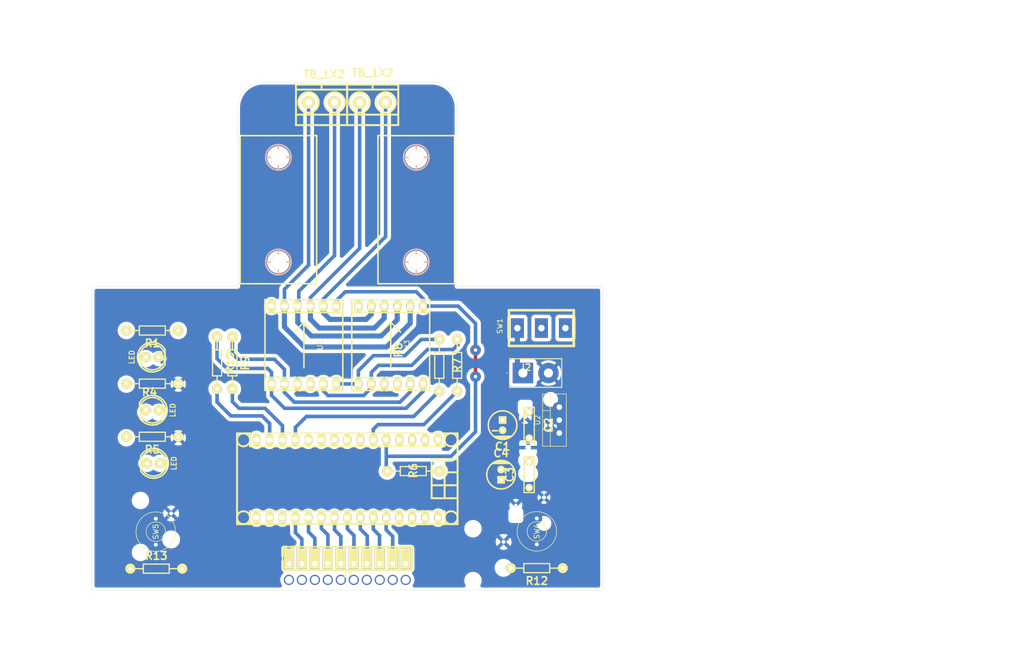
<source format=kicad_pcb>
(kicad_pcb (version 20240108) (generator "pcbnew") (generator_version "8.0")
  (layers (0 "F.Cu" signal) (31 "B.Cu" signal) (34 "B.Paste" user) (35 "F.Paste" user) (36 "B.SilkS" user "B.Silkscreen") (37 "F.SilkS" user "F.Silkscreen") (38 "B.Mask" user) (39 "F.Mask" user) (44 "Edge.Cuts" user))
  (net 0 "")
  (net 1 "GND")
  (net 2 "VCC")
  (net 3 "+5V")
  (net 5 "/IN_BUTTON2")
  (net 6 "/OUT_LED2")
  (net 7 "/IN2A")
  (net 9 "/IN1A")
  (net 16 "/OUT_LED1")
  (net 17 "/IN2B")
  (net 19 "/IN1B")
  (net 20 "/ULT")
  (net 22 "/IN_BUTTON1")
  (net 23 "/OUT4")
  (net 24 "/OUT3")
  (net 25 "/OUT2")
  (net 26 "/OUT1")
  (net 27 "Net-(LED1-A)")
  (net 28 "Net-(LED2-K)")
  (net 29 "Net-(LED3-K)")
  (net 33 "Net-(J1-D9{slash}0C1)")
  (net 34 "Net-(J1-D3{slash}INT1)")
  (net 36 "Net-(J1-D11{slash}MOSI)")
  (net 37 "Net-(J1-D10{slash}SS)")
  (net 38 "Net-(R12-Pad1)")
  (net 39 "Net-(R13-Pad1)")
  (net 40 "/S6")
  (net 41 "/S0")
  (net 42 "/S5")
  (net 43 "/S7")
  (net 44 "/S1")
  (net 45 "/S3")
  (net 46 "/S2")
  (net 47 "/S4")
  (net 48 "+7.5V")
  (footprint "EESTN5:led_5mm_red" (layer "F.Cu") (at 99.82 101.380537 90)
    (property "Reference" "LED1" (hide yes))
    (property "Value" "LED" (at 0 -4 -90) (layer "F.SilkS") (effects (font (thickness 0.2))))
    (pad "1" thru_hole circle (at 0 -1.27 90) (size 1.99898 1.99898) (drill 0.8001) (layers "*.Cu" "*.Mask" "F.SilkS") (net 27 "Net-(LED1-A)"))
    (pad "2" thru_hole circle (at 0 1.27 90) (size 1.99898 1.99898) (drill 0.8001) (layers "*.Cu" "*.Mask" "F.SilkS") (net 1 "GND"))
  )
  (footprint "MacroLib:Button" (layer "F.Cu") (at 175.1 135.5 90)
    (property "Reference" "SW4" (at 0 0 -90) (layer "F.SilkS"))
    (property "Value" "SW_Push")
    (pad "1" thru_hole circle (at -2.54 0 90) (size 2.1 2.1) (drill 0.762) (layers "*.Cu" "*.Mask") (net 38 "Net-(R12-Pad1)"))
    (pad "2" thru_hole circle (at 2.54 0 90) (size 2.1 2.1) (drill 0.762) (layers "*.Cu" "*.Mask") (net 1 "GND"))
  )
  (footprint "MacroLib:XT30AWM" (layer "F.Cu") (at 174.9 104.5)
    (property "Reference" "J2" (at -2.02 -1.08 0) (layer "F.SilkS") (effects (font (size 1.27 1.27) (thickness 0.254))))
    (property "Value" "TB_1X2" (hide yes))
    (pad "1" thru_hole rect (at -2.52 0) (size 4 4) (drill 1.8) (layers "*.Cu" "*.Mask") (net 2 "VCC"))
    (pad "2" thru_hole circle (at 2.48 0) (size 4 4) (drill 1.8) (layers "*.Cu" "*.Mask") (net 1 "GND"))
  )
  (footprint "MacroLib:RES0.3" (layer "F.Cu") (at 175.1 142.7 180)
    (property "Reference" "R12" (at 0 -2.5 180) (layer "F.SilkS") (effects (font (size 1.5 1.5) (thickness 0.3))))
    (property "Value" "R" (hide yes))
    (pad "1" thru_hole circle (at -5.08 0 180) (size 1.99898 1.99898) (drill 0.8001) (layers "*.Cu" "*.Mask" "F.SilkS") (net 38 "Net-(R12-Pad1)"))
    (pad "2" thru_hole circle (at 5.08 0 180) (size 1.99898 1.99898) (drill 0.8001) (layers "*.Cu" "*.Mask" "F.SilkS") (net 22 "/IN_BUTTON1"))
  )
  (footprint "EESTN5:CAP_0.2" (layer "F.Cu") (at 173.6 124.4 90)
    (property "Reference" "C3" (at 0 -3.81 -90) (layer "F.SilkS") (effects (font (size 1.5 1.5) (thickness 0.3))))
    (property "Value" "C" (hide yes))
    (pad "1" thru_hole circle (at -2.54 0 90) (size 1.50114 1.50114) (drill 0.8001) (layers "*.Cu" "*.Mask" "F.SilkS") (net 3 "+5V"))
    (pad "2" thru_hole circle (at 2.54 0 90) (size 1.50114 1.50114) (drill 0.8001) (layers "*.Cu" "*.Mask" "F.SilkS") (net 1 "GND"))
  )
  (footprint "MacroLib:RES0.3" (layer "F.Cu") (at 159.5 103 -90)
    (property "Reference" "R7" (at 0 0 90) (layer "F.SilkS") (effects (font (size 1.5 1.5) (thickness 0.3))))
    (property "Value" "R" (hide yes))
    (pad "1" thru_hole circle (at -5.08 0 270) (size 1.99898 1.99898) (drill 0.8001) (layers "*.Cu" "*.Mask" "F.SilkS") (net 7 "/IN2A"))
    (pad "2" thru_hole circle (at 5.08 0 270) (size 1.99898 1.99898) (drill 0.8001) (layers "*.Cu" "*.Mask" "F.SilkS") (net 34 "Net-(J1-D3{slash}INT1)"))
  )
  (footprint "MacroLib:RES0.3" (layer "F.Cu") (at 99.82 96.18 180)
    (property "Reference" "R1" (at 0 -2.5 180) (layer "F.SilkS") (effects (font (size 1.5 1.5) (thickness 0.3))))
    (property "Value" "R" (hide yes))
    (pad "1" thru_hole circle (at -5.08 0 180) (size 1.99898 1.99898) (drill 0.8001) (layers "*.Cu" "*.Mask" "F.SilkS") (net 48 "+7.5V"))
    (pad "2" thru_hole circle (at 5.08 0 180) (size 1.99898 1.99898) (drill 0.8001) (layers "*.Cu" "*.Mask" "F.SilkS") (net 27 "Net-(LED1-A)"))
  )
  (footprint "EESTN5:led_5mm_green" (layer "F.Cu") (at 100.05 122.18 -90)
    (property "Reference" "LED3" (hide yes))
    (property "Value" "LED" (at 0 -4 90) (layer "F.SilkS") (effects (font (thickness 0.2))))
    (pad "1" thru_hole circle (at 0 -1.27 270) (size 1.99898 1.99898) (drill 0.8001) (layers "*.Cu" "*.Mask" "F.SilkS") (net 6 "/OUT_LED2"))
    (pad "2" thru_hole circle (at 0 1.27 270) (size 1.99898 1.99898) (drill 0.8001) (layers "*.Cu" "*.Mask" "F.SilkS") (net 29 "Net-(LED3-K)"))
  )
  (footprint "MacroLib:DRV8833_MODULE" (layer "F.Cu") (at 146.5 99.02 90)
    (property "Reference" "U3" (at 0 3.175 -90) (layer "F.SilkS"))
    (property "Value" "DRV8833_MODULE")
    (pad "1" thru_hole oval (at -7.62 -6.35 180) (size 1.524 2.1971) (drill 0.99822) (layers "*.Cu" "*.Mask" "F.SilkS") (net 9 "/IN1A"))
    (pad "2" thru_hole oval (at -7.62 -3.81 180) (size 1.524 2.1971) (drill 0.99822) (layers "*.Cu" "*.Mask" "F.SilkS") (net 7 "/IN2A"))
    (pad "3" thru_hole oval (at -7.62 -1.27 180) (size 1.524 2.1971) (drill 0.99822) (layers "*.Cu" "*.Mask" "F.SilkS") (net 1 "GND"))
    (pad "4" thru_hole oval (at -7.62 1.27 180) (size 1.524 2.1971) (drill 0.99822) (layers "*.Cu" "*.Mask" "F.SilkS") (net 2 "VCC"))
    (pad "5" thru_hole oval (at -7.62 3.81 180) (size 1.524 2.1971) (drill 0.99822) (layers "*.Cu" "*.Mask" "F.SilkS") (net 19 "/IN1B"))
    (pad "6" thru_hole oval (at -7.62 6.35 180) (size 1.524 2.1971) (drill 0.99822) (layers "*.Cu" "*.Mask" "F.SilkS") (net 17 "/IN2B"))
    (pad "7" thru_hole oval (at 7.62 6.35 180) (size 1.524 2.1971) (drill 0.99822) (layers "*.Cu" "*.Mask" "F.SilkS") (net 20 "/ULT"))
    (pad "8" thru_hole oval (at 7.62 3.81 180) (size 1.524 2.1971) (drill 0.99822) (layers "*.Cu" "*.Mask" "F.SilkS") (net 26 "/OUT1"))
    (pad "9" thru_hole oval (at 7.62 1.27 180) (size 1.524 2.1971) (drill 0.99822) (layers "*.Cu" "*.Mask" "F.SilkS") (net 25 "/OUT2"))
    (pad "10" thru_hole oval (at 7.62 -1.27 180) (size 1.524 2.1971) (drill 0.99822) (layers "*.Cu" "*.Mask" "F.SilkS") (net 24 "/OUT3"))
    (pad "11" thru_hole oval (at 7.62 -3.81 180) (size 1.524 2.1971) (drill 0.99822) (layers "*.Cu" "*.Mask" "F.SilkS") (net 23 "/OUT4"))
    (pad "12" thru_hole oval (at 7.62 -6.35 180) (size 1.524 2.1971) (drill 0.99822) (layers "*.Cu" "*.Mask" "F.SilkS"))
  )
  (footprint "MacroLib:RES0.3" (layer "F.Cu") (at 115.5 102.52 -90)
    (property "Reference" "R9" (at 0 -2.5 90) (layer "F.SilkS") (effects (font (size 1.5 1.5) (thickness 0.3))))
    (property "Value" "R" (hide yes))
    (pad "1" thru_hole circle (at -5.08 0 270) (size 1.99898 1.99898) (drill 0.8001) (layers "*.Cu" "*.Mask" "F.SilkS") (net 19 "/IN1B"))
    (pad "2" thru_hole circle (at 5.08 0 270) (size 1.99898 1.99898) (drill 0.8001) (layers "*.Cu" "*.Mask" "F.SilkS") (net 37 "Net-(J1-D10{slash}SS)"))
  )
  (footprint "EESTN5:CAP_ELEC_5x11mm" (layer "F.Cu") (at 168.1 124.4)
    (property "Reference" "C4" (at 0 -4.2 0) (layer "F.SilkS") (effects (font (size 1.524 1.524) (thickness 0.3048))))
    (property "Value" "C" (hide yes))
    (pad "1" thru_hole rect (at 0 1) (size 1.524 1.524) (drill 0.65) (layers "*.Cu" "*.Mask" "F.SilkS") (net 3 "+5V"))
    (pad "2" thru_hole circle (at 0 -1) (size 1.524 1.524) (drill 0.65) (layers "*.Cu" "*.Mask" "F.SilkS") (net 1 "GND"))
  )
  (footprint "EESTN5:CAP_ELEC_5x11mm" (layer "F.Cu") (at 168.4 114.7 180)
    (property "Reference" "C1" (at 0 -4.2 180) (layer "F.SilkS") (effects (font (size 1.524 1.524) (thickness 0.3048))))
    (property "Value" "C" (hide yes))
    (pad "1" thru_hole rect (at 0 1 180) (size 1.524 1.524) (drill 0.65) (layers "*.Cu" "*.Mask" "F.SilkS") (net 48 "+7.5V"))
    (pad "2" thru_hole circle (at 0 -1 180) (size 1.524 1.524) (drill 0.65) (layers "*.Cu" "*.Mask" "F.SilkS") (net 1 "GND"))
  )
  (footprint "EESTN5:BORNERA2_AZUL" (layer "F.Cu") (at 132.96 51.52 180)
    (property "Reference" "J5" (hide yes))
    (property "Value" "TB_1X2" (at -0.46 5.5 0) (layer "F.SilkS") (effects (font (size 1.5 1.5) (thickness 0.3))))
    (pad "1" thru_hole circle (at -2.54 0 180) (size 2.5 2.5) (drill 1.3) (layers "*.Cu" "*.Mask" "F.SilkS") (net 25 "/OUT2"))
    (pad "2" thru_hole circle (at 2.54 0 180) (size 2.5 2.5) (drill 1.3) (layers "*.Cu" "*.Mask" "F.SilkS") (net 26 "/OUT1"))
  )
  (footprint "MacroLib:TO-220-3_Vertical" (layer "F.Cu") (at 179.5 116.26 90)
    (property "Reference" "U2" (at 2.54 -4.27 270) (layer "F.SilkS"))
    (property "Value" "LM78XX")
    (pad "1" thru_hole rect (at 0 0 90) (size 1.905 2.5) (drill 1.1) (layers "*.Cu" "*.Mask") (net 1 "GND"))
    (pad "2" thru_hole oval (at 2.54 0 90) (size 1.905 2.5) (drill 1.1) (layers "*.Cu" "*.Mask") (net 3 "+5V"))
    (pad "3" thru_hole oval (at 5.08 0 90) (size 1.905 2.5) (drill 1.1) (layers "*.Cu" "*.Mask") (net 48 "+7.5V"))
  )
  (footprint "MacroLib:RES0.3" (layer "F.Cu") (at 99.82 106.580179 180)
    (property "Reference" "R4" (at 0.553064 -1.689446 180) (layer "F.SilkS") (effects (font (size 1.5 1.5) (thickness 0.3))))
    (property "Value" "R" (hide yes))
    (pad "1" thru_hole circle (at -5.08 0 180) (size 1.99898 1.99898) (drill 0.8001) (layers "*.Cu" "*.Mask" "F.SilkS") (net 28 "Net-(LED2-K)"))
    (pad "2" thru_hole circle (at 5.08 0 180) (size 1.99898 1.99898) (drill 0.8001) (layers "*.Cu" "*.Mask" "F.SilkS") (net 1 "GND"))
  )
  (footprint "MacroLib:RES0.3" (layer "F.Cu") (at 156 103 90)
    (property "Reference" "R8" (at 3 -8 -90) (layer "F.SilkS") (effects (font (size 1.5 1.5) (thickness 0.3))))
    (property "Value" "R" (hide yes))
    (pad "1" thru_hole circle (at -5.08 0 90) (size 1.99898 1.99898) (drill 0.8001) (layers "*.Cu" "*.Mask" "F.SilkS") (net 33 "Net-(J1-D9{slash}0C1)"))
    (pad "2" thru_hole circle (at 5.08 0 90) (size 1.99898 1.99898) (drill 0.8001) (layers "*.Cu" "*.Mask" "F.SilkS") (net 9 "/IN1A"))
  )
  (footprint "EESTN5:arduino_nano_header" (layer "F.Cu") (at 138 125.205 180)
    (property "Reference" "J1" (hide yes))
    (property "Value" "Arduino_Nano_Header" (hide yes))
    (pad "1" thru_hole oval (at -17.78 7.62 180) (size 1.524 2.19964) (drill 1.00076) (layers "*.Cu" "*.Mask" "F.SilkS"))
    (pad "2" thru_hole oval (at -15.24 7.62 180) (size 1.524 2.19964) (drill 1.00076) (layers "*.Cu" "*.Mask" "F.SilkS"))
    (pad "3" thru_hole oval (at -12.7 7.62 180) (size 1.524 2.19964) (drill 1.00076) (layers "*.Cu" "*.Mask" "F.SilkS"))
    (pad "4" thru_hole oval (at -10.16 7.62 180) (size 1.524 2.19964) (drill 1.00076) (layers "*.Cu" "*.Mask" "F.SilkS") (net 1 "GND"))
    (pad "5" thru_hole oval (at -7.62 7.62 180) (size 1.524 2.19964) (drill 1.00076) (layers "*.Cu" "*.Mask" "F.SilkS") (net 20 "/ULT"))
    (pad "6" thru_hole oval (at -5.08 7.62 180) (size 1.524 2.19964) (drill 1.00076) (layers "*.Cu" "*.Mask" "F.SilkS") (net 34 "Net-(J1-D3{slash}INT1)"))
    (pad "7" thru_hole oval (at -2.54 7.62 180) (size 1.524 2.19964) (drill 1.00076) (layers "*.Cu" "*.Mask" "F.SilkS") (net 22 "/IN_BUTTON1"))
    (pad "8" thru_hole oval (at 0 7.62 180) (size 1.524 2.19964) (drill 1.00076) (layers "*.Cu" "*.Mask" "F.SilkS"))
    (pad "9" thru_hole oval (at 2.54 7.62 180) (size 1.524 2.19964) (drill 1.00076) (layers "*.Cu" "*.Mask" "F.SilkS") (net 16 "/OUT_LED1"))
    (pad "10" thru_hole oval (at 5.08 7.62 180) (size 1.524 2.19964) (drill 1.00076) (layers "*.Cu" "*.Mask" "F.SilkS") (net 6 "/OUT_LED2"))
    (pad "11" thru_hole oval (at 7.62 7.62 180) (size 1.524 2.19964) (drill 1.00076) (layers "*.Cu" "*.Mask" "F.SilkS"))
    (pad "12" thru_hole oval (at 10.16 7.62 180) (size 1.524 2.19964) (drill 1.00076) (layers "*.Cu" "*.Mask" "F.SilkS") (net 33 "Net-(J1-D9{slash}0C1)"))
    (pad "13" thru_hole oval (at 12.7 7.62 180) (size 1.524 2.19964) (drill 1.00076) (layers "*.Cu" "*.Mask" "F.SilkS") (net 37 "Net-(J1-D10{slash}SS)"))
    (pad "14" thru_hole oval (at 15.24 7.62 180) (size 1.524 2.19964) (drill 1.00076) (layers "*.Cu" "*.Mask" "F.SilkS") (net 36 "Net-(J1-D11{slash}MOSI)"))
    (pad "15" thru_hole oval (at 17.78 7.62 180) (size 1.524 2.19964) (drill 1.00076) (layers "*.Cu" "*.Mask" "F.SilkS") (net 5 "/IN_BUTTON2"))
    (pad "16" thru_hole oval (at 17.78 -7.62 180) (size 1.524 2.19964) (drill 1.00076) (layers "*.Cu" "*.Mask" "F.SilkS"))
    (pad "17" thru_hole oval (at 15.24 -7.62 180) (size 1.524 2.19964) (drill 1.00076) (layers "*.Cu" "*.Mask" "F.SilkS"))
    (pad "18" thru_hole oval (at 12.7 -7.62 180) (size 1.524 2.19964) (drill 1.00076) (layers "*.Cu" "*.Mask" "F.SilkS"))
    (pad "19" thru_hole oval (at 10.16 -7.62 180) (size 1.524 2.19964) (drill 1.00076) (layers "*.Cu" "*.Mask" "F.SilkS") (net 41 "/S0"))
    (pad "20" thru_hole oval (at 7.62 -7.62 180) (size 1.524 2.1971) (drill 1.00076) (layers "*.Cu" "*.Mask" "F.SilkS") (net 44 "/S1"))
    (pad "21" thru_hole oval (at 5.08 -7.62 180) (size 1.524 2.1971) (drill 1.00076) (layers "*.Cu" "*.Mask" "F.SilkS") (net 46 "/S2"))
    (pad "22" thru_hole oval (at 2.54 -7.62 180) (size 1.524 2.1971) (drill 1.00076) (layers "*.Cu" "*.Mask" "F.SilkS") (net 45 "/S3"))
    (pad "23" thru_hole oval (at 0 -7.62 180) (size 1.524 2.1971) (drill 1.00076) (layers "*.Cu" "*.Mask" "F.SilkS") (net 47 "/S4"))
    (pad "24" thru_hole oval (at -2.54 -7.62 180) (size 1.524 2.1971) (drill 0.99822) (layers "*.Cu" "*.Mask" "F.SilkS") (net 42 "/S5"))
    (pad "25" thru_hole oval (at -5.08 -7.62 180) (size 1.524 2.1971) (drill 0.99822) (layers "*.Cu" "*.Mask" "F.SilkS") (net 40 "/S6"))
    (pad "26" thru_hole oval (at -7.62 -7.62 180) (size 1.524 2.1971) (drill 0.99822) (layers "*.Cu" "*.Mask" "F.SilkS") (net 43 "/S7"))
    (pad "27" thru_hole oval (at -10.16 -7.62 180) (size 1.524 2.1971) (drill 0.99822) (layers "*.Cu" "*.Mask" "F.SilkS"))
    (pad "28" thru_hole oval (at -12.7 -7.62 180) (size 1.524 2.1971) (drill 0.99822) (layers "*.Cu" "*.Mask" "F.SilkS"))
    (pad "29" thru_hole oval (at -15.24 -7.62 180) (size 1.524 2.1971) (drill 0.99822) (layers "*.Cu" "*.Mask" "F.SilkS") (net 1 "GND"))
    (pad "30" thru_hole oval (at -17.78 -7.62 180) (size 1.524 2.1971) (drill 0.99822) (layers "*.Cu" "*.Mask" "F.SilkS") (net 48 "+7.5V"))
  )
  (footprint "MacroLib:Pololu_Micro_Bracket_Wheel_42mm" (layer "F.Cu") (at 151.5 72.52 -90)
    (property "Reference" "J6" (hide yes))
    (property "Value" "Cable_PAD" (hide yes))
    (pad "" thru_hole circle (at 10.25 0 270) (size 3 3) (drill 3) (layers "*.Cu" "F.SilkS"))
    (pad "1" thru_hole circle (at -10.25 0 270) (size 3 3) (drill 3) (layers "*.Cu" "F.SilkS"))
  )
  (footprint "MacroLib:Pin_Header_Wire_10" (layer "F.Cu") (at 138 141.825 180)
    (property "Reference" "J7" (at 0 -2.159 180) (layer "F.SilkS") (effects (font (size 1.016 1.016) (thickness 0.2032))))
    (property "Value" "CONN_01X10" (hide yes))
    (pad "" thru_hole circle (at -11.43 -3.175 180) (size 2 2) (drill 1.5) (layers "*.Cu" "*.Mask"))
    (pad "" thru_hole circle (at -8.89 -3.175 180) (size 2 2) (drill 1.5) (layers "*.Cu" "*.Mask"))
    (pad "" thru_hole circle (at -6.35 -3.175 180) (size 2 2) (drill 1.5) (layers "*.Cu" "*.Mask"))
    (pad "" thru_hole circle (at -3.81 -3.175 180) (size 2 2) (drill 1.5) (layers "*.Cu" "*.Mask"))
    (pad "" thru_hole circle (at -1.27 -3.175 180) (size 2 2) (drill 1.5) (layers "*.Cu" "*.Mask"))
    (pad "" thru_hole circle (at 1.27 -3.175 180) (size 2 2) (drill 1.5) (layers "*.Cu" "*.Mask"))
    (pad "" thru_hole circle (at 3.81 -3.175 180) (size 2 2) (drill 1.5) (layers "*.Cu" "*.Mask"))
    (pad "" thru_hole circle (at 6.35 -3.175 180) (size 2 2) (drill 1.5) (layers "*.Cu" "*.Mask"))
    (pad "" thru_hole circle (at 8.89 -3.175 180) (size 2 2) (drill 1.5) (layers "*.Cu" "*.Mask"))
    (pad "" thru_hole circle (at 11.43 -3.175 180) (size 2 2) (drill 1.5) (layers "*.Cu" "*.Mask"))
    (pad "1" thru_hole rect (at -11.43 0 180) (size 2 4) (drill 1 (offset 0 1)) (layers "*.Cu" "F.SilkS") (net 3 "+5V"))
    (pad "2" thru_hole rect (at -8.89 0 180) (size 2 4) (drill 1 (offset 0 1)) (layers "*.Cu" "F.SilkS") (net 43 "/S7"))
    (pad "3" thru_hole rect (at -6.35 0 180) (size 2 4) (drill 1 (offset 0 1)) (layers "*.Cu" "F.SilkS") (net 40 "/S6"))
    (pad "4" thru_hole rect (at -3.81 0 180) (size 2 4) (drill 1 (offset 0 1)) (layers "*.Cu" "F.SilkS") (net 42 "/S5"))
    (pad "5" thru_hole rect (at -1.27 0 180) (size 2 4) (drill 1 (offset 0 1)) (layers "*.Cu" "F.SilkS") (net 47 "/S4"))
    (pad "6" thru_hole rect (at 1.27 0 180) (size 2 4) (drill 1 (offset 0 1)) (layers "*.Cu" "F.SilkS") (net 45 "/S3"))
    (pad "7" thru_hole rect (at 3.81 0 180) (size 2 4) (drill 1 (offset 0 1)) (layers "*.Cu" "F.SilkS") (net 46 "/S2"))
    (pad "8" thru_hole rect (at 6.35 0 180) (size 2 4) (drill 1 (offset 0 1)) (layers "*.Cu" "F.SilkS") (net 44 "/S1"))
    (pad "9" thru_hole rect (at 8.89 0 180) (size 2 4) (drill 1 (offset 0 1)) (layers "*.Cu" "F.SilkS") (net 41 "/S0"))
    (pad "10" thru_hole rect (at 11.43 0 180) (size 2 4) (drill 1 (offset 0 1)) (layers "*.Cu" "F.SilkS") (net 1 "GND"))
  )
  (footprint "MacroLib:DRV8833_MODULE" (layer "F.Cu") (at 129.5 99.02 90)
    (property "Reference" "U1" (at 0 3.175 90) (layer "F.SilkS"))
    (property "Value" "DRV8833_MODULE")
    (pad "1" thru_hole oval (at -7.62 -6.35 180) (size 1.524 2.1971) (drill 0.99822) (layers "*.Cu" "*.Mask" "F.SilkS") (net 17 "/IN2B"))
    (pad "2" thru_hole oval (at -7.62 -3.81 180) (size 1.524 2.1971) (drill 0.99822) (layers "*.Cu" "*.Mask" "F.SilkS") (net 19 "/IN1B"))
    (pad "3" thru_hole oval (at -7.62 -1.27 180) (size 1.524 2.1971) (drill 0.99822) (layers "*.Cu" "*.Mask" "F.SilkS") (net 1 "GND"))
    (pad "4" thru_hole oval (at -7.62 1.27 180) (size 1.524 2.1971) (drill 0.99822) (layers "*.Cu" "*.Mask" "F.SilkS") (net 2 "VCC"))
    (pad "5" thru_hole oval (at -7.62 3.81 180) (size 1.524 2.1971) (drill 0.99822) (layers "*.Cu" "*.Mask" "F.SilkS") (net 7 "/IN2A"))
    (pad "6" thru_hole oval (at -7.62 6.35 180) (size 1.524 2.1971) (drill 0.99822) (layers "*.Cu" "*.Mask" "F.SilkS") (net 9 "/IN1A"))
    (pad "7" thru_hole oval (at 7.62 6.35 180) (size 1.524 2.1971) (drill 0.99822) (layers "*.Cu" "*.Mask" "F.SilkS") (net 20 "/ULT"))
    (pad "8" thru_hole oval (at 7.62 3.81 180) (size 1.524 2.1971) (drill 0.99822) (layers "*.Cu" "*.Mask" "F.SilkS") (net 23 "/OUT4"))
    (pad "9" thru_hole oval (at 7.62 1.27 180) (size 1.524 2.1971) (drill 0.99822) (layers "*.Cu" "*.Mask" "F.SilkS") (net 24 "/OUT3"))
    (pad "10" thru_hole oval (at 7.62 -1.27 180) (size 1.524 2.1971) (drill 0.99822) (layers "*.Cu" "*.Mask" "F.SilkS") (net 25 "/OUT2"))
    (pad "11" thru_hole oval (at 7.62 -3.81 180) (size 1.524 2.1971) (drill 0.99822) (layers "*.Cu" "*.Mask" "F.SilkS") (net 26 "/OUT1"))
    (pad "12" thru_hole oval (at 7.62 -6.35 180) (size 1.524 2.1971) (drill 0.99822) (layers "*.Cu" "*.Mask" "F.SilkS"))
  )
  (footprint "MacroLib:RES0.3" (layer "F.Cu") (at 150.9 123.7 180)
    (property "Reference" "R6" (at 0 0.08 -90) (layer "F.SilkS") (effects (font (size 1.5 1.5) (thickness 0.3))))
    (property "Value" "R" (hide yes))
    (pad "1" thru_hole circle (at -5.08 0 180) (size 1.99898 1.99898) (drill 0.8001) (layers "*.Cu" "*.Mask" "F.SilkS") (net 3 "+5V"))
    (pad "2" thru_hole circle (at 5.08 0 180) (size 1.99898 1.99898) (drill 0.8001) (layers "*.Cu" "*.Mask" "F.SilkS") (net 20 "/ULT"))
  )
  (footprint "EESTN5:BORNERA2_AZUL" (layer "F.Cu") (at 142.96 51.52 180)
    (property "Reference" "J4" (hide yes))
    (property "Value" "TB_1X2" (at 0 5.8 0) (layer "F.SilkS") (effects (font (size 1.5 1.5) (thickness 0.3))))
    (pad "1" thru_hole circle (at -2.54 0 180) (size 2.5 2.5) (drill 1.3) (layers "*.Cu" "*.Mask" "F.SilkS") (net 23 "/OUT4"))
    (pad "2" thru_hole circle (at 2.54 0 180) (size 2.5 2.5) (drill 1.3) (layers "*.Cu" "*.Mask" "F.SilkS") (net 24 "/OUT3"))
  )
  (footprint "EESTN5:SW_SPDT_TH_Vertical" (layer "F.Cu") (at 176 95.7 90)
    (property "Reference" "SW1" (at 0.381 -8.128 -90) (layer "F.SilkS"))
    (property "Value" "SW_SPDT" (hide yes))
    (pad "1" thru_hole rect (at 0 -4.7 90) (size 3.81 2.54) (drill 1.27) (layers "*.Cu" "*.Mask") (net 2 "VCC"))
    (pad "2" thru_hole rect (at 0 0 90) (size 3.81 2.54) (drill 1.27) (layers "*.Cu" "*.Mask") (net 48 "+7.5V"))
    (pad "3" thru_hole rect (at 0 4.7 90) (size 3.81 2.54) (drill 1.27) (layers "*.Cu" "*.Mask"))
  )
  (footprint "MacroLib:RES0.3" (layer "F.Cu") (at 100.6 142.8)
    (property "Reference" "R13" (at 0 -2.5 360) (layer "F.SilkS") (effects (font (size 1.5 1.5) (thickness 0.3))))
    (property "Value" "R" (hide yes))
    (pad "1" thru_hole circle (at -5.08 0) (size 1.99898 1.99898) (drill 0.8001) (layers "*.Cu" "*.Mask" "F.SilkS") (net 39 "Net-(R13-Pad1)"))
    (pad "2" thru_hole circle (at 5.08 0) (size 1.99898 1.99898) (drill 0.8001) (layers "*.Cu" "*.Mask" "F.SilkS") (net 5 "/IN_BUTTON2"))
  )
  (footprint "MacroLib:Pololu_Micro_Bracket_Wheel_42mm" (layer "F.Cu") (at 124.5 72.52 90)
    (property "Reference" "J3" (hide yes))
    (property "Value" "Cable_PAD" (hide yes))
    (pad "" thru_hole circle (at 10.25 0 90) (size 3 3) (drill 3) (layers "*.Cu" "F.SilkS"))
    (pad "1" thru_hole circle (at -10.25 0 90) (size 3 3) (drill 3) (layers "*.Cu" "F.SilkS"))
  )
  (footprint "MacroLib:Button" (layer "F.Cu") (at 100.5 135.56 90)
    (property "Reference" "SW5" (at 0 0 -90) (layer "F.SilkS"))
    (property "Value" "SW_Push")
    (pad "1" thru_hole circle (at -2.54 0 90) (size 2.1 2.1) (drill 0.762) (layers "*.Cu" "*.Mask") (net 39 "Net-(R13-Pad1)"))
    (pad "2" thru_hole circle (at 2.54 0 90) (size 2.1 2.1) (drill 0.762) (layers "*.Cu" "*.Mask") (net 1 "GND"))
  )
  (footprint "MacroLib:RES0.3" (layer "F.Cu") (at 99.82 116.980358 180)
    (property "Reference" "R5" (at 0 -2.5 180) (layer "F.SilkS") (effects (font (size 1.5 1.5) (thickness 0.3))))
    (property "Value" "R" (hide yes))
    (pad "1" thru_hole circle (at -5.08 0 180) (size 1.99898 1.99898) (drill 0.8001) (layers "*.Cu" "*.Mask" "F.SilkS") (net 29 "Net-(LED3-K)"))
    (pad "2" thru_hole circle (at 5.08 0 180) (size 1.99898 1.99898) (drill 0.8001) (layers "*.Cu" "*.Mask" "F.SilkS") (net 1 "GND"))
  )
  (footprint "EESTN5:led_5mm_green" (layer "F.Cu") (at 99.82 111.779821 -90)
    (property "Reference" "LED2" (hide yes))
    (property "Value" "LED" (at 0 -4 90) (layer "F.SilkS") (effects (font (thickness 0.2))))
    (pad "1" thru_hole circle (at 0 -1.27 270) (size 1.99898 1.99898) (drill 0.8001) (layers "*.Cu" "*.Mask" "F.SilkS") (net 16 "/OUT_LED1"))
    (pad "2" thru_hole circle (at 0 1.27 270) (size 1.99898 1.99898) (drill 0.8001) (layers "*.Cu" "*.Mask" "F.SilkS") (net 28 "Net-(LED2-K)"))
  )
  (footprint "MacroLib:RES0.3" (layer "F.Cu") (at 112.5 102.52 -90)
    (property "Reference" "R10" (at 0 -2.5 90) (layer "F.SilkS") (effects (font (size 1.5 1.5) (thickness 0.3))))
    (property "Value" "R" (hide yes))
    (pad "1" thru_hole circle (at -5.08 0 270) (size 1.99898 1.99898) (drill 0.8001) (layers "*.Cu" "*.Mask" "F.SilkS") (net 17 "/IN2B"))
    (pad "2" thru_hole circle (at 5.08 0 270) (size 1.99898 1.99898) (drill 0.8001) (layers "*.Cu" "*.Mask" "F.SilkS") (net 36 "Net-(J1-D11{slash}MOSI)"))
  )
  (footprint "EESTN5:CAP_0.2" (layer "F.Cu") (at 173.6 114.7 -90)
    (property "Reference" "C2" (at 0 -3.81 90) (layer "F.SilkS") (effects (font (size 1.5 1.5) (thickness 0.3))))
    (property "Value" "C" (hide yes))
    (pad "1" thru_hole circle (at -2.54 0 270) (size 1.50114 1.50114) (drill 0.8001) (layers "*.Cu" "*.Mask" "F.SilkS") (net 48 "+7.5V"))
    (pad "2" thru_hole circle (at 2.54 0 270) (size 1.50114 1.50114) (drill 0.8001) (layers "*.Cu" "*.Mask" "F.SilkS") (net 1 "GND"))
  )
  (gr_line (start 88 87.52) (end 88 147) (stroke (width 0.05)) (layer "Edge.Cuts"))
  (gr_line (start 116.5 52.52) (end 116.5 87.52) (stroke (width 0.05)) (layer "Edge.Cuts"))
  (gr_line (start 121.5 47.52) (end 154.5 47.52) (stroke (width 0.05)) (layer "Edge.Cuts"))
  (gr_line (start 116.5 87.52) (end 88 87.52) (stroke (width 0.05)) (layer "Edge.Cuts"))
  (gr_arc (start 154.5 47.52) (mid 158.035534 48.984466) (end 159.5 52.52) (stroke (width 0.05)) (layer "Edge.Cuts"))
  (gr_line (start 159.5 52.52) (end 159.5 87.5) (stroke (width 0.05)) (layer "Edge.Cuts"))
  (gr_line (start 88 147) (end 188 147) (stroke (width 0.05)) (layer "Edge.Cuts"))
  (gr_line (start 159.5 87.5) (end 188 87.5) (stroke (width 0.05)) (layer "Edge.Cuts"))
  (gr_arc (start 116.5 52.52) (mid 117.964466 48.984466) (end 121.5 47.52) (stroke (width 0.05)) (layer "Edge.Cuts"))
  (gr_line (start 188 87.5) (end 188 147) (stroke (width 0.05)) (layer "Edge.Cuts"))
  (segment (start 171.3 103.42) (end 172.38 104.5) (width 1) (layer "B.Cu") (net 2))
  (segment (start 171.3 95.7) (end 171.3 103.42) (width 1) (layer "B.Cu") (net 2))
  (segment (start 141.2 108.9) (end 134.2 108.9) (width 0.7) (layer "B.Cu") (net 7))
  (segment (start 159.7 98.9) (end 158.7 99.9) (width 0.7) (layer "B.Cu") (net 7))
  (segment (start 142.69 106.64) (end 142.69 107.41) (width 0.7) (layer "B.Cu") (net 7))
  (segment (start 142.69 107.41) (end 141.2 108.9) (width 0.7) (layer "B.Cu") (net 7))
  (segment (start 144.1 103) (end 142.69 104.41) (width 0.7) (layer "B.Cu") (net 7))
  (segment (start 134.2 108.9) (end 133.31 108.01) (width 0.7) (layer "B.Cu") (net 7))
  (segment (start 142.69 104.41) (end 142.69 106.64) (width 0.7) (layer "B.Cu") (net 7))
  (segment (start 158.7 99.9) (end 153.7 99.9) (width 0.7) (layer "B.Cu") (net 7))
  (segment (start 159.7 97.94) (end 159.7 98.9) (width 0.7) (layer "B.Cu") (net 7))
  (segment (start 133.31 108.01) (end 133.31 106.64) (width 0.7) (layer "B.Cu") (net 7))
  (segment (start 153.7 99.9) (end 150.6 103) (width 0.7) (layer "B.Cu") (net 7))
  (segment (start 150.6 103) (end 144.1 103) (width 0.7) (layer "B.Cu") (net 7))
  (segment (start 140.15 104.05) (end 140.15 106.64) (width 0.7) (layer "B.Cu") (net 9))
  (segment (start 149.3 101.1) (end 143.1 101.1) (width 0.7) (layer "B.Cu") (net 9))
  (segment (start 143.1 101.1) (end 140.15 104.05) (width 0.7) (layer "B.Cu") (net 9))
  (segment (start 152.48 97.92) (end 149.3 101.1) (width 0.7) (layer "B.Cu") (net 9))
  (segment (start 135.85 106.64) (end 140.15 106.64) (width 0.7) (layer "B.Cu") (net 9))
  (segment (start 156.3 97.92) (end 152.48 97.92) (width 0.7) (layer "B.Cu") (net 9))
  (segment (start 125.7 111.4) (end 123.15 108.85) (width 0.7) (layer "B.Cu") (net 17))
  (segment (start 122.4 103.6) (end 114.4 103.6) (width 0.7) (layer "B.Cu") (net 17))
  (segment (start 114.4 103.6) (end 112.5 101.7) (width 0.7) (layer "B.Cu") (net 17))
  (segment (start 123.15 108.85) (end 123.15 106.64) (width 0.7) (layer "B.Cu") (net 17))
  (segment (start 152.85 106.64) (end 152.85 108.05) (width 0.7) (layer "B.Cu") (net 17))
  (segment (start 123.15 106.64) (end 123.15 104.35) (width 0.7) (layer "B.Cu") (net 17))
  (segment (start 152.85 108.05) (end 149.5 111.4) (width 0.7) (layer "B.Cu") (net 17))
  (segment (start 125.7 111.4) (end 149.5 111.4) (width 0.7) (layer "B.Cu") (net 17))
  (segment (start 112.5 101.7) (end 112.5 97.44) (width 0.7) (layer "B.Cu") (net 17))
  (segment (start 123.15 104.35) (end 122.4 103.6) (width 0.7) (layer "B.Cu") (net 17))
  (segment (start 125.69 106.64) (end 125.7 106.65) (width 0.7) (layer "B.Cu") (net 19))
  (segment (start 127.6 110.2) (end 125.7 108.3) (width 0.7) (layer "B.Cu") (net 19))
  (segment (start 123.7 101.8) (end 125.69 103.79) (width 0.7) (layer "B.Cu") (net 19))
  (segment (start 148.3 110.2) (end 127.6 110.2) (width 0.7) (layer "B.Cu") (net 19))
  (segment (start 125.7 106.65) (end 125.7 108.3) (width 0.7) (layer "B.Cu") (net 19))
  (segment (start 116.6 101.8) (end 123.7 101.8) (width 0.7) (layer "B.Cu") (net 19))
  (segment (start 115.5 97.44) (end 115.5 100.7) (width 0.7) (layer "B.Cu") (net 19))
  (segment (start 150.31 106.64) (end 150.31 108.19) (width 0.7) (layer "B.Cu") (net 19))
  (segment (start 115.5 100.7) (end 116.6 101.8) (width 0.7) (layer "B.Cu") (net 19))
  (segment (start 125.69 103.79) (end 125.69 106.64) (width 0.7) (layer "B.Cu") (net 19))
  (segment (start 150.31 108.19) (end 148.3 110.2) (width 0.7) (layer "B.Cu") (net 19))
  (segment (start 163.1 100) (end 163.1 105.2) (width 0.7) (layer "F.Cu") (net 20))
  (via (at 163.1 105.2) (size 2.1) (drill 0.7) (layers "F.Cu" "B.Cu") (net 20))
  (via (at 163.1 100) (size 2.1) (drill 0.7) (layers "F.Cu" "B.Cu") (net 20))
  (segment (start 152.85 89.95) (end 152.85 91.4) (width 0.7) (layer "B.Cu") (net 20))
  (segment (start 163.1 94.8) (end 163.1 100) (width 0.7) (layer "B.Cu") (net 20))
  (segment (start 152.85 91.4) (end 159.7 91.4) (width 0.7) (layer "B.Cu") (net 20))
  (segment (start 163.1 116) (end 158.3 120.8) (width 0.7) (layer "B.Cu") (net 20))
  (segment (start 145.62 123.5) (end 145.82 123.7) (width 0.7) (layer "B.Cu") (net 20))
  (segment (start 159.7 91.4) (end 163.1 94.8) (width 0.7) (layer "B.Cu") (net 20))
  (segment (start 145.62 120.9) (end 145.62 123.5) (width 0.7) (layer "B.Cu") (net 20))
  (segment (start 145.62 117.585) (end 145.62 120.9) (width 0.7) (layer "B.Cu") (net 20))
  (segment (start 158.3 120.8) (end 145.72 120.8) (width 0.7) (layer "B.Cu") (net 20))
  (segment (start 135.85 91.4) (end 135.85 90.35) (width 0.7) (layer "B.Cu") (net 20))
  (segment (start 137.6 88.6) (end 151.5 88.6) (width 0.7) (layer "B.Cu") (net 20))
  (segment (start 135.85 90.35) (end 137.6 88.6) (width 0.7) (layer "B.Cu") (net 20))
  (segment (start 151.5 88.6) (end 152.85 89.95) (width 0.7) (layer "B.Cu") (net 20))
  (segment (start 163.1 105.2) (end 163.1 116) (width 0.7) (layer "B.Cu") (net 20))
  (segment (start 145.72 120.8) (end 145.62 120.9) (width 0.7) (layer "B.Cu") (net 20))
  (segment (start 145.5 51.52) (end 145.5 77.8) (width 0.7) (layer "B.Cu") (net 23))
  (segment (start 133.31 89.99) (end 133.31 91.4) (width 0.7) (layer "B.Cu") (net 23))
  (segment (start 133.31 91.4) (end 133.31 92.71) (width 1) (layer "B.Cu") (net 23))
  (segment (start 141.7 94) (end 142.69 93.01) (width 1) (layer "B.Cu") (net 23))
  (segment (start 142.69 91.4) (end 142.69 93.01) (width 1) (layer "B.Cu") (net 23))
  (segment (start 145.5 77.8) (end 133.31 89.99) (width 0.7) (layer "B.Cu") (net 23))
  (segment (start 134.6 94) (end 141.7 94) (width 1) (layer "B.Cu") (net 23))
  (segment (start 133.31 92.71) (end 134.6 94) (width 1) (layer "B.Cu") (net 23))
  (segment (start 130.77 93.97) (end 132 95.2) (width 1) (layer "B.Cu") (net 24))
  (segment (start 145.5 91.13) (end 145.23 91.4) (width 0.7) (layer "B.Cu") (net 24))
  (segment (start 140.42 80.08) (end 140.42 51.52) (width 0.7) (layer "B.Cu") (net 24))
  (segment (start 130.77 91.4) (end 130.77 93.97) (width 1) (layer "B.Cu") (net 24))
  (segment (start 143.3 95.7) (end 132.5 95.7) (width 1) (layer "B.Cu") (net 24))
  (segment (start 130.77 91.4) (end 130.77 89.73) (width 0.7) (layer "B.Cu") (net 24))
  (segment (start 132.5 95.7) (end 132 95.2) (width 1) (layer "B.Cu") (net 24))
  (segment (start 145.23 93.77) (end 143.3 95.7) (width 1) (layer "B.Cu") (net 24))
  (segment (start 140.8 51.9) (end 140.42 51.52) (width 0.7) (layer "B.Cu") (net 24))
  (segment (start 145.23 91.4) (end 145.23 93.77) (width 1) (layer "B.Cu") (net 24))
  (segment (start 142.9 95.7) (end 143.3 95.7) (width 0.7) (layer "B.Cu") (net 24))
  (segment (start 130.77 89.73) (end 140.42 80.08) (width 0.7) (layer "B.Cu") (net 24))
  (segment (start 135.5 51.52) (end 135.5 81.5) (width 0.7) (layer "B.Cu") (net 25))
  (segment (start 128.3 91.47) (end 128.3 94.6) (width 1) (layer "B.Cu") (net 25))
  (segment (start 144.6 97.25) (end 130.95 97.25) (width 1) (layer "B.Cu") (net 25))
  (segment (start 128.23 91.4) (end 128.3 91.47) (width 1) (layer "B.Cu") (net 25))
  (segment (start 128.5 88.5) (end 128.5 91.13) (width 0.7) (layer "B.Cu") (net 25))
  (segment (start 130.95 97.25) (end 128.3 94.6) (width 1) (layer "B.Cu") (net 25))
  (segment (start 147.77 91.4) (end 147.77 94.08) (width 1) (layer "B.Cu") (net 25))
  (segment (start 135.5 81.5) (end 128.5 88.5) (width 0.7) (layer "B.Cu") (net 25))
  (segment (start 147.77 94.08) (end 144.6 97.25) (width 1) (layer "B.Cu") (net 25))
  (segment (start 128.5 91.13) (end 128.23 91.4) (width 0.7) (layer "B.Cu") (net 25))
  (segment (start 129.6 99.4) (end 125.69 95.49) (width 1) (layer "B.Cu") (net 26))
  (segment (start 150.31 91.4) (end 150.31 94.79) (width 1) (layer "B.Cu") (net 26))
  (segment (start 125.69 95.49) (end 125.69 91.4) (width 1) (layer "B.Cu") (net 26))
  (segment (start 125.69 91.4) (end 125.69 88.11) (width 0.7) (layer "B.Cu") (net 26))
  (segment (start 145.7 99.4) (end 129.6 99.4) (width 1) (layer "B.Cu") (net 26))
  (segment (start 130.42 83.38) (end 130.42 51.52) (width 0.7) (layer "B.Cu") (net 26))
  (segment (start 125.69 91.4) (end 125.7 91.39) (width 0.7) (layer "B.Cu") (net 26))
  (segment (start 125.69 88.11) (end 130.42 83.38) (width 0.7) (layer "B.Cu") (net 26))
  (segment (start 150.31 94.79) (end 145.7 99.4) (width 1) (layer "B.Cu") (net 26))
  (segment (start 130 113) (end 151 113) (width 0.7) (layer "B.Cu") (net 33))
  (segment (start 127.84 117.585) (end 127.84 115.16) (width 0.7) (layer "B.Cu") (net 33))
  (segment (start 127.84 115.16) (end 130 113) (width 0.7) (layer "B.Cu") (net 33))
  (segment (start 151 113) (end 155.92 108.08) (width 0.7) (layer "B.Cu") (net 33))
  (segment (start 155.92 108.08) (end 156 108.08) (width 0.7) (layer "B.Cu") (net 33))
  (segment (start 143.08 117.585) (end 143.08 115.52) (width 0.7) (layer "B.Cu") (net 34))
  (segment (start 143.08 115.52) (end 144 114.6) (width 0.7) (layer "B.Cu") (net 34))
  (segment (start 144 114.6) (end 152.98 114.6) (width 0.7) (layer "B.Cu") (net 34))
  (segment (start 152.98 114.6) (end 159.5 108.08) (width 0.7) (layer "B.Cu") (net 34))
  (segment (start 112.5 110.2) (end 115.2 112.9) (width 0.7) (layer "B.Cu") (net 36))
  (segment (start 122.8 114.4) (end 122.8 117.545) (width 0.7) (layer "B.Cu") (net 36))
  (segment (start 115.2 112.9) (end 121.3 112.9) (width 0.7) (layer "B.Cu") (net 36))
  (segment (start 121.3 112.9) (end 122.8 114.4) (width 0.7) (layer "B.Cu") (net 36))
  (segment (start 112.5 107.6) (end 112.5 110.2) (width 0.7) (layer "B.Cu") (net 36))
  (segment (start 122.8 117.545) (end 122.76 117.585) (width 0.7) (layer "B.Cu") (net 36))
  (segment (start 116.8 111.4) (end 115.5 110.1) (width 0.7) (layer "B.Cu") (net 37))
  (segment (start 125.3 117.585) (end 125.3 114.8) (width 0.7) (layer "B.Cu") (net 37))
  (segment (start 125.3 114.8) (end 121.9 111.4) (width 0.7) (layer "B.Cu") (net 37))
  (segment (start 121.9 111.4) (end 116.8 111.4) (width 0.7) (layer "B.Cu") (net 37))
  (segment (start 115.5 110.1) (end 115.5 107.6) (width 0.7) (layer "B.Cu") (net 37))
  (segment (start 143.08 132.825) (end 143.08 135.085) (width 0.7) (layer "B.Cu") (net 40))
  (segment (start 144.3 141.775) (end 144.35 141.825) (width 0.7) (layer "B.Cu") (net 40))
  (segment (start 144.3 136.305) (end 144.3 141.775) (width 0.7) (layer "B.Cu") (net 40))
  (segment (start 143.08 135.085) (end 144.3 136.305) (width 0.7) (layer "B.Cu") (net 40))
  (segment (start 127.84 135.745) (end 129.1 137.005) (width 0.7) (layer "B.Cu") (net 41))
  (segment (start 129.1 137.005) (end 129.1 141.815) (width 0.7) (layer "B.Cu") (net 41))
  (segment (start 127.84 132.825) (end 127.84 135.745) (width 0.7) (layer "B.Cu") (net 41))
  (segment (start 129.1 141.815) (end 129.11 141.825) (width 0.7) (layer "B.Cu") (net 41))
  (segment (start 140.54 132.825) (end 140.54 135.045) (width 0.7) (layer "B.Cu") (net 42))
  (segment (start 140.54 135.045) (end 141.9 136.405) (width 0.7) (layer "B.Cu") (net 42))
  (segment (start 141.9 141.735) (end 141.81 141.825) (width 0.7) (layer "B.Cu") (net 42))
  (segment (start 141.9 136.405) (end 141.9 141.735) (width 0.7) (layer "B.Cu") (net 42))
  (segment (start 146.89 136.495) (end 145.6 135.205) (width 0.7) (layer "B.Cu") (net 43))
  (segment (start 145.6 135.205) (end 145.6 132.845) (width 0.7) (layer "B.Cu") (net 43))
  (segment (start 145.6 132.845) (end 145.62 132.825) (width 0.7) (layer "B.Cu") (net 43))
  (segment (start 146.89 141.825) (end 146.89 136.495) (width 0.7) (layer "B.Cu") (net 43))
  (segment (start 130.4 132.845) (end 130.38 132.825) (width 0.7) (layer "B.Cu") (net 44))
  (segment (start 130.4 135.605) (end 130.4 132.845) (width 0.7) (layer "B.Cu") (net 44))
  (segment (start 131.65 141.825) (end 131.65 136.855) (width 0.7) (layer "B.Cu") (net 44))
  (segment (start 131.65 136.855) (end 130.4 135.605) (width 0.7) (layer "B.Cu") (net 44))
  (segment (start 135.5 132.865) (end 135.46 132.825) (width 0.7) (layer "B.Cu") (net 45))
  (segment (start 136.73 136.435) (end 135.5 135.205) (width 0.7) (layer "B.Cu") (net 45))
  (segment (start 135.5 135.205) (end 135.5 132.865) (width 0.7) (layer "B.Cu") (net 45))
  (segment (start 136.73 141.825) (end 136.73 136.435) (width 0.7) (layer "B.Cu") (net 45))
  (segment (start 134.2 136.205) (end 134.2 141.815) (width 0.7) (layer "B.Cu") (net 46))
  (segment (start 132.92 134.925) (end 134.2 136.205) (width 0.7) (layer "B.Cu") (net 46))
  (segment (start 132.92 132.825) (end 132.92 134.925) (width 0.7) (layer "B.Cu") (net 46))
  (segment (start 134.2 141.815) (end 134.19 141.825) (width 0.7) (layer "B.Cu") (net 46))
  (segment (start 139.3 136.305) (end 139.3 141.795) (width 0.7) (layer "B.Cu") (net 47))
  (segment (start 138 132.825) (end 138 135.005) (width 0.7) (layer "B.Cu") (net 47))
  (segment (start 138 135.005) (end 139.3 136.305) (width 0.7) (layer "B.Cu") (net 47))
  (segment (start 139.3 141.795) (end 139.27 141.825) (width 0.7) (layer "B.Cu") (net 47))
  (zone (net 1) (net_name "GND") (layer "B.Cu") (connect_pads (clearance 0.7)) (min_thickness 0.7) (fill yes (thermal_gap 0.5) (thermal_bridge_width 0.7))
    (polygon (pts (xy 70 40) (xy 205 40) (xy 205 150) (xy 70 150)))
  )
)
</source>
